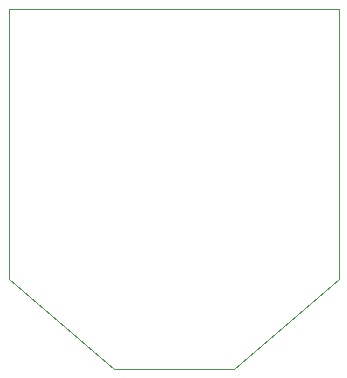
<source format=gbr>
G04 #@! TF.GenerationSoftware,KiCad,Pcbnew,5.1.10-88a1d61d58~90~ubuntu20.04.1*
G04 #@! TF.CreationDate,2021-08-10T18:40:43-04:00*
G04 #@! TF.ProjectId,ESP32-CAM-USB-Flasher,45535033-322d-4434-914d-2d5553422d46,rev?*
G04 #@! TF.SameCoordinates,PX354a940PY6350ce0*
G04 #@! TF.FileFunction,Profile,NP*
%FSLAX46Y46*%
G04 Gerber Fmt 4.6, Leading zero omitted, Abs format (unit mm)*
G04 Created by KiCad (PCBNEW 5.1.10-88a1d61d58~90~ubuntu20.04.1) date 2021-08-10 18:40:43*
%MOMM*%
%LPD*%
G01*
G04 APERTURE LIST*
G04 #@! TA.AperFunction,Profile*
%ADD10C,0.050000*%
G04 #@! TD*
G04 APERTURE END LIST*
D10*
X0Y30480000D02*
X0Y7620000D01*
X27940000Y30480000D02*
X0Y30480000D01*
X27940000Y7620000D02*
X27940000Y30480000D01*
X19050000Y0D02*
X27940000Y7620000D01*
X8890000Y0D02*
X19050000Y0D01*
X0Y7620000D02*
X8890000Y0D01*
M02*

</source>
